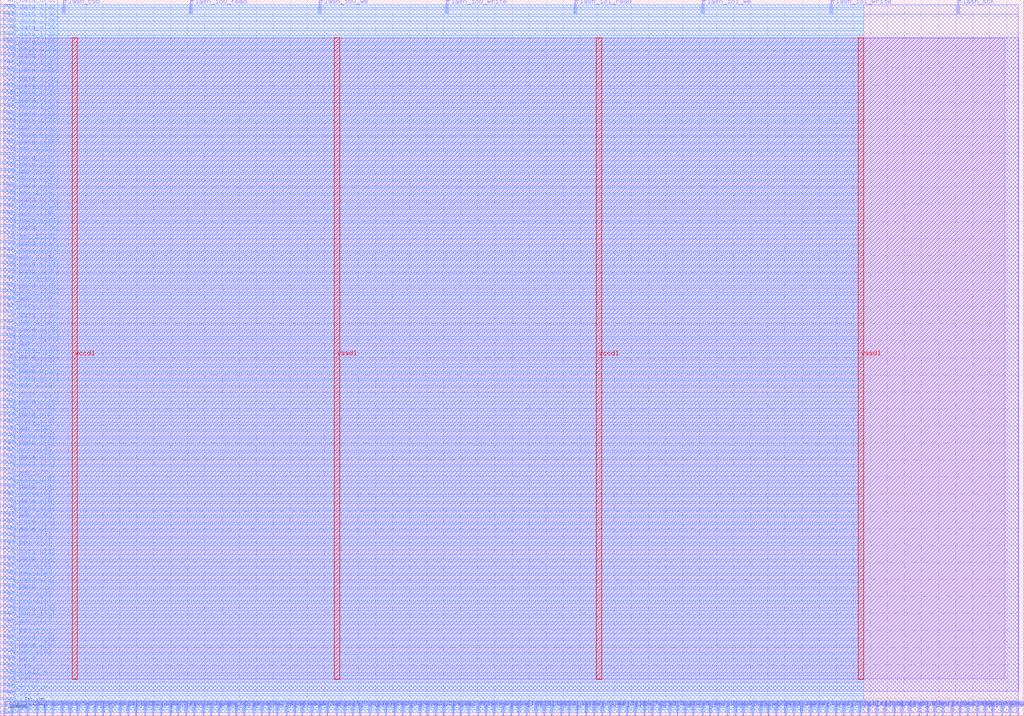
<source format=lef>
VERSION 5.7 ;
  NOWIREEXTENSIONATPIN ON ;
  DIVIDERCHAR "/" ;
  BUSBITCHARS "[]" ;
MACRO Flash
  CLASS BLOCK ;
  FOREIGN Flash ;
  ORIGIN 0.000 0.000 ;
  SIZE 300.000 BY 210.000 ;
  PIN flash_csb
    DIRECTION OUTPUT TRISTATE ;
    USE SIGNAL ;
    PORT
      LAYER met2 ;
        RECT 18.490 206.000 18.770 210.000 ;
    END
  END flash_csb
  PIN flash_io0_read
    DIRECTION INPUT ;
    USE SIGNAL ;
    PORT
      LAYER met2 ;
        RECT 55.750 206.000 56.030 210.000 ;
    END
  END flash_io0_read
  PIN flash_io0_we
    DIRECTION OUTPUT TRISTATE ;
    USE SIGNAL ;
    PORT
      LAYER met2 ;
        RECT 93.470 206.000 93.750 210.000 ;
    END
  END flash_io0_we
  PIN flash_io0_write
    DIRECTION OUTPUT TRISTATE ;
    USE SIGNAL ;
    PORT
      LAYER met2 ;
        RECT 130.730 206.000 131.010 210.000 ;
    END
  END flash_io0_write
  PIN flash_io1_read
    DIRECTION INPUT ;
    USE SIGNAL ;
    PORT
      LAYER met2 ;
        RECT 168.450 206.000 168.730 210.000 ;
    END
  END flash_io1_read
  PIN flash_io1_we
    DIRECTION OUTPUT TRISTATE ;
    USE SIGNAL ;
    PORT
      LAYER met2 ;
        RECT 205.710 206.000 205.990 210.000 ;
    END
  END flash_io1_we
  PIN flash_io1_write
    DIRECTION OUTPUT TRISTATE ;
    USE SIGNAL ;
    PORT
      LAYER met2 ;
        RECT 243.430 206.000 243.710 210.000 ;
    END
  END flash_io1_write
  PIN flash_sck
    DIRECTION OUTPUT TRISTATE ;
    USE SIGNAL ;
    PORT
      LAYER met2 ;
        RECT 280.690 206.000 280.970 210.000 ;
    END
  END flash_sck
  PIN sram_addr0[0]
    DIRECTION OUTPUT TRISTATE ;
    USE SIGNAL ;
    PORT
      LAYER met2 ;
        RECT 12.970 0.000 13.250 4.000 ;
    END
  END sram_addr0[0]
  PIN sram_addr0[1]
    DIRECTION OUTPUT TRISTATE ;
    USE SIGNAL ;
    PORT
      LAYER met2 ;
        RECT 27.690 0.000 27.970 4.000 ;
    END
  END sram_addr0[1]
  PIN sram_addr0[2]
    DIRECTION OUTPUT TRISTATE ;
    USE SIGNAL ;
    PORT
      LAYER met2 ;
        RECT 42.410 0.000 42.690 4.000 ;
    END
  END sram_addr0[2]
  PIN sram_addr0[3]
    DIRECTION OUTPUT TRISTATE ;
    USE SIGNAL ;
    PORT
      LAYER met2 ;
        RECT 56.670 0.000 56.950 4.000 ;
    END
  END sram_addr0[3]
  PIN sram_addr0[4]
    DIRECTION OUTPUT TRISTATE ;
    USE SIGNAL ;
    PORT
      LAYER met2 ;
        RECT 71.390 0.000 71.670 4.000 ;
    END
  END sram_addr0[4]
  PIN sram_addr0[5]
    DIRECTION OUTPUT TRISTATE ;
    USE SIGNAL ;
    PORT
      LAYER met2 ;
        RECT 83.810 0.000 84.090 4.000 ;
    END
  END sram_addr0[5]
  PIN sram_addr0[6]
    DIRECTION OUTPUT TRISTATE ;
    USE SIGNAL ;
    PORT
      LAYER met2 ;
        RECT 95.770 0.000 96.050 4.000 ;
    END
  END sram_addr0[6]
  PIN sram_addr0[7]
    DIRECTION OUTPUT TRISTATE ;
    USE SIGNAL ;
    PORT
      LAYER met2 ;
        RECT 108.190 0.000 108.470 4.000 ;
    END
  END sram_addr0[7]
  PIN sram_addr0[8]
    DIRECTION OUTPUT TRISTATE ;
    USE SIGNAL ;
    PORT
      LAYER met2 ;
        RECT 120.150 0.000 120.430 4.000 ;
    END
  END sram_addr0[8]
  PIN sram_addr1[0]
    DIRECTION OUTPUT TRISTATE ;
    USE SIGNAL ;
    PORT
      LAYER met2 ;
        RECT 15.270 0.000 15.550 4.000 ;
    END
  END sram_addr1[0]
  PIN sram_addr1[1]
    DIRECTION OUTPUT TRISTATE ;
    USE SIGNAL ;
    PORT
      LAYER met2 ;
        RECT 29.990 0.000 30.270 4.000 ;
    END
  END sram_addr1[1]
  PIN sram_addr1[2]
    DIRECTION OUTPUT TRISTATE ;
    USE SIGNAL ;
    PORT
      LAYER met2 ;
        RECT 44.710 0.000 44.990 4.000 ;
    END
  END sram_addr1[2]
  PIN sram_addr1[3]
    DIRECTION OUTPUT TRISTATE ;
    USE SIGNAL ;
    PORT
      LAYER met2 ;
        RECT 59.430 0.000 59.710 4.000 ;
    END
  END sram_addr1[3]
  PIN sram_addr1[4]
    DIRECTION OUTPUT TRISTATE ;
    USE SIGNAL ;
    PORT
      LAYER met2 ;
        RECT 74.150 0.000 74.430 4.000 ;
    END
  END sram_addr1[4]
  PIN sram_addr1[5]
    DIRECTION OUTPUT TRISTATE ;
    USE SIGNAL ;
    PORT
      LAYER met2 ;
        RECT 86.110 0.000 86.390 4.000 ;
    END
  END sram_addr1[5]
  PIN sram_addr1[6]
    DIRECTION OUTPUT TRISTATE ;
    USE SIGNAL ;
    PORT
      LAYER met2 ;
        RECT 98.530 0.000 98.810 4.000 ;
    END
  END sram_addr1[6]
  PIN sram_addr1[7]
    DIRECTION OUTPUT TRISTATE ;
    USE SIGNAL ;
    PORT
      LAYER met2 ;
        RECT 110.490 0.000 110.770 4.000 ;
    END
  END sram_addr1[7]
  PIN sram_addr1[8]
    DIRECTION OUTPUT TRISTATE ;
    USE SIGNAL ;
    PORT
      LAYER met2 ;
        RECT 122.910 0.000 123.190 4.000 ;
    END
  END sram_addr1[8]
  PIN sram_clk0
    DIRECTION OUTPUT TRISTATE ;
    USE SIGNAL ;
    PORT
      LAYER met2 ;
        RECT 1.010 0.000 1.290 4.000 ;
    END
  END sram_clk0
  PIN sram_clk1
    DIRECTION OUTPUT TRISTATE ;
    USE SIGNAL ;
    PORT
      LAYER met2 ;
        RECT 3.310 0.000 3.590 4.000 ;
    END
  END sram_clk1
  PIN sram_csb0
    DIRECTION OUTPUT TRISTATE ;
    USE SIGNAL ;
    PORT
      LAYER met2 ;
        RECT 5.610 0.000 5.890 4.000 ;
    END
  END sram_csb0
  PIN sram_csb1
    DIRECTION OUTPUT TRISTATE ;
    USE SIGNAL ;
    PORT
      LAYER met2 ;
        RECT 7.910 0.000 8.190 4.000 ;
    END
  END sram_csb1
  PIN sram_din0[0]
    DIRECTION OUTPUT TRISTATE ;
    USE SIGNAL ;
    PORT
      LAYER met2 ;
        RECT 18.030 0.000 18.310 4.000 ;
    END
  END sram_din0[0]
  PIN sram_din0[10]
    DIRECTION OUTPUT TRISTATE ;
    USE SIGNAL ;
    PORT
      LAYER met2 ;
        RECT 139.930 0.000 140.210 4.000 ;
    END
  END sram_din0[10]
  PIN sram_din0[11]
    DIRECTION OUTPUT TRISTATE ;
    USE SIGNAL ;
    PORT
      LAYER met2 ;
        RECT 147.290 0.000 147.570 4.000 ;
    END
  END sram_din0[11]
  PIN sram_din0[12]
    DIRECTION OUTPUT TRISTATE ;
    USE SIGNAL ;
    PORT
      LAYER met2 ;
        RECT 154.190 0.000 154.470 4.000 ;
    END
  END sram_din0[12]
  PIN sram_din0[13]
    DIRECTION OUTPUT TRISTATE ;
    USE SIGNAL ;
    PORT
      LAYER met2 ;
        RECT 161.550 0.000 161.830 4.000 ;
    END
  END sram_din0[13]
  PIN sram_din0[14]
    DIRECTION OUTPUT TRISTATE ;
    USE SIGNAL ;
    PORT
      LAYER met2 ;
        RECT 168.910 0.000 169.190 4.000 ;
    END
  END sram_din0[14]
  PIN sram_din0[15]
    DIRECTION OUTPUT TRISTATE ;
    USE SIGNAL ;
    PORT
      LAYER met2 ;
        RECT 176.270 0.000 176.550 4.000 ;
    END
  END sram_din0[15]
  PIN sram_din0[16]
    DIRECTION OUTPUT TRISTATE ;
    USE SIGNAL ;
    PORT
      LAYER met2 ;
        RECT 183.630 0.000 183.910 4.000 ;
    END
  END sram_din0[16]
  PIN sram_din0[17]
    DIRECTION OUTPUT TRISTATE ;
    USE SIGNAL ;
    PORT
      LAYER met2 ;
        RECT 190.990 0.000 191.270 4.000 ;
    END
  END sram_din0[17]
  PIN sram_din0[18]
    DIRECTION OUTPUT TRISTATE ;
    USE SIGNAL ;
    PORT
      LAYER met2 ;
        RECT 198.350 0.000 198.630 4.000 ;
    END
  END sram_din0[18]
  PIN sram_din0[19]
    DIRECTION OUTPUT TRISTATE ;
    USE SIGNAL ;
    PORT
      LAYER met2 ;
        RECT 205.710 0.000 205.990 4.000 ;
    END
  END sram_din0[19]
  PIN sram_din0[1]
    DIRECTION OUTPUT TRISTATE ;
    USE SIGNAL ;
    PORT
      LAYER met2 ;
        RECT 32.290 0.000 32.570 4.000 ;
    END
  END sram_din0[1]
  PIN sram_din0[20]
    DIRECTION OUTPUT TRISTATE ;
    USE SIGNAL ;
    PORT
      LAYER met2 ;
        RECT 213.070 0.000 213.350 4.000 ;
    END
  END sram_din0[20]
  PIN sram_din0[21]
    DIRECTION OUTPUT TRISTATE ;
    USE SIGNAL ;
    PORT
      LAYER met2 ;
        RECT 220.430 0.000 220.710 4.000 ;
    END
  END sram_din0[21]
  PIN sram_din0[22]
    DIRECTION OUTPUT TRISTATE ;
    USE SIGNAL ;
    PORT
      LAYER met2 ;
        RECT 227.330 0.000 227.610 4.000 ;
    END
  END sram_din0[22]
  PIN sram_din0[23]
    DIRECTION OUTPUT TRISTATE ;
    USE SIGNAL ;
    PORT
      LAYER met2 ;
        RECT 234.690 0.000 234.970 4.000 ;
    END
  END sram_din0[23]
  PIN sram_din0[24]
    DIRECTION OUTPUT TRISTATE ;
    USE SIGNAL ;
    PORT
      LAYER met2 ;
        RECT 242.050 0.000 242.330 4.000 ;
    END
  END sram_din0[24]
  PIN sram_din0[25]
    DIRECTION OUTPUT TRISTATE ;
    USE SIGNAL ;
    PORT
      LAYER met2 ;
        RECT 249.410 0.000 249.690 4.000 ;
    END
  END sram_din0[25]
  PIN sram_din0[26]
    DIRECTION OUTPUT TRISTATE ;
    USE SIGNAL ;
    PORT
      LAYER met2 ;
        RECT 256.770 0.000 257.050 4.000 ;
    END
  END sram_din0[26]
  PIN sram_din0[27]
    DIRECTION OUTPUT TRISTATE ;
    USE SIGNAL ;
    PORT
      LAYER met2 ;
        RECT 264.130 0.000 264.410 4.000 ;
    END
  END sram_din0[27]
  PIN sram_din0[28]
    DIRECTION OUTPUT TRISTATE ;
    USE SIGNAL ;
    PORT
      LAYER met2 ;
        RECT 271.490 0.000 271.770 4.000 ;
    END
  END sram_din0[28]
  PIN sram_din0[29]
    DIRECTION OUTPUT TRISTATE ;
    USE SIGNAL ;
    PORT
      LAYER met2 ;
        RECT 278.850 0.000 279.130 4.000 ;
    END
  END sram_din0[29]
  PIN sram_din0[2]
    DIRECTION OUTPUT TRISTATE ;
    USE SIGNAL ;
    PORT
      LAYER met2 ;
        RECT 47.010 0.000 47.290 4.000 ;
    END
  END sram_din0[2]
  PIN sram_din0[30]
    DIRECTION OUTPUT TRISTATE ;
    USE SIGNAL ;
    PORT
      LAYER met2 ;
        RECT 286.210 0.000 286.490 4.000 ;
    END
  END sram_din0[30]
  PIN sram_din0[31]
    DIRECTION OUTPUT TRISTATE ;
    USE SIGNAL ;
    PORT
      LAYER met2 ;
        RECT 293.570 0.000 293.850 4.000 ;
    END
  END sram_din0[31]
  PIN sram_din0[3]
    DIRECTION OUTPUT TRISTATE ;
    USE SIGNAL ;
    PORT
      LAYER met2 ;
        RECT 61.730 0.000 62.010 4.000 ;
    END
  END sram_din0[3]
  PIN sram_din0[4]
    DIRECTION OUTPUT TRISTATE ;
    USE SIGNAL ;
    PORT
      LAYER met2 ;
        RECT 76.450 0.000 76.730 4.000 ;
    END
  END sram_din0[4]
  PIN sram_din0[5]
    DIRECTION OUTPUT TRISTATE ;
    USE SIGNAL ;
    PORT
      LAYER met2 ;
        RECT 88.410 0.000 88.690 4.000 ;
    END
  END sram_din0[5]
  PIN sram_din0[6]
    DIRECTION OUTPUT TRISTATE ;
    USE SIGNAL ;
    PORT
      LAYER met2 ;
        RECT 100.830 0.000 101.110 4.000 ;
    END
  END sram_din0[6]
  PIN sram_din0[7]
    DIRECTION OUTPUT TRISTATE ;
    USE SIGNAL ;
    PORT
      LAYER met2 ;
        RECT 112.790 0.000 113.070 4.000 ;
    END
  END sram_din0[7]
  PIN sram_din0[8]
    DIRECTION OUTPUT TRISTATE ;
    USE SIGNAL ;
    PORT
      LAYER met2 ;
        RECT 125.210 0.000 125.490 4.000 ;
    END
  END sram_din0[8]
  PIN sram_din0[9]
    DIRECTION OUTPUT TRISTATE ;
    USE SIGNAL ;
    PORT
      LAYER met2 ;
        RECT 132.570 0.000 132.850 4.000 ;
    END
  END sram_din0[9]
  PIN sram_dout0[0]
    DIRECTION INPUT ;
    USE SIGNAL ;
    PORT
      LAYER met2 ;
        RECT 20.330 0.000 20.610 4.000 ;
    END
  END sram_dout0[0]
  PIN sram_dout0[10]
    DIRECTION INPUT ;
    USE SIGNAL ;
    PORT
      LAYER met2 ;
        RECT 142.230 0.000 142.510 4.000 ;
    END
  END sram_dout0[10]
  PIN sram_dout0[11]
    DIRECTION INPUT ;
    USE SIGNAL ;
    PORT
      LAYER met2 ;
        RECT 149.590 0.000 149.870 4.000 ;
    END
  END sram_dout0[11]
  PIN sram_dout0[12]
    DIRECTION INPUT ;
    USE SIGNAL ;
    PORT
      LAYER met2 ;
        RECT 156.950 0.000 157.230 4.000 ;
    END
  END sram_dout0[12]
  PIN sram_dout0[13]
    DIRECTION INPUT ;
    USE SIGNAL ;
    PORT
      LAYER met2 ;
        RECT 164.310 0.000 164.590 4.000 ;
    END
  END sram_dout0[13]
  PIN sram_dout0[14]
    DIRECTION INPUT ;
    USE SIGNAL ;
    PORT
      LAYER met2 ;
        RECT 171.670 0.000 171.950 4.000 ;
    END
  END sram_dout0[14]
  PIN sram_dout0[15]
    DIRECTION INPUT ;
    USE SIGNAL ;
    PORT
      LAYER met2 ;
        RECT 178.570 0.000 178.850 4.000 ;
    END
  END sram_dout0[15]
  PIN sram_dout0[16]
    DIRECTION INPUT ;
    USE SIGNAL ;
    PORT
      LAYER met2 ;
        RECT 185.930 0.000 186.210 4.000 ;
    END
  END sram_dout0[16]
  PIN sram_dout0[17]
    DIRECTION INPUT ;
    USE SIGNAL ;
    PORT
      LAYER met2 ;
        RECT 193.290 0.000 193.570 4.000 ;
    END
  END sram_dout0[17]
  PIN sram_dout0[18]
    DIRECTION INPUT ;
    USE SIGNAL ;
    PORT
      LAYER met2 ;
        RECT 200.650 0.000 200.930 4.000 ;
    END
  END sram_dout0[18]
  PIN sram_dout0[19]
    DIRECTION INPUT ;
    USE SIGNAL ;
    PORT
      LAYER met2 ;
        RECT 208.010 0.000 208.290 4.000 ;
    END
  END sram_dout0[19]
  PIN sram_dout0[1]
    DIRECTION INPUT ;
    USE SIGNAL ;
    PORT
      LAYER met2 ;
        RECT 35.050 0.000 35.330 4.000 ;
    END
  END sram_dout0[1]
  PIN sram_dout0[20]
    DIRECTION INPUT ;
    USE SIGNAL ;
    PORT
      LAYER met2 ;
        RECT 215.370 0.000 215.650 4.000 ;
    END
  END sram_dout0[20]
  PIN sram_dout0[21]
    DIRECTION INPUT ;
    USE SIGNAL ;
    PORT
      LAYER met2 ;
        RECT 222.730 0.000 223.010 4.000 ;
    END
  END sram_dout0[21]
  PIN sram_dout0[22]
    DIRECTION INPUT ;
    USE SIGNAL ;
    PORT
      LAYER met2 ;
        RECT 230.090 0.000 230.370 4.000 ;
    END
  END sram_dout0[22]
  PIN sram_dout0[23]
    DIRECTION INPUT ;
    USE SIGNAL ;
    PORT
      LAYER met2 ;
        RECT 237.450 0.000 237.730 4.000 ;
    END
  END sram_dout0[23]
  PIN sram_dout0[24]
    DIRECTION INPUT ;
    USE SIGNAL ;
    PORT
      LAYER met2 ;
        RECT 244.810 0.000 245.090 4.000 ;
    END
  END sram_dout0[24]
  PIN sram_dout0[25]
    DIRECTION INPUT ;
    USE SIGNAL ;
    PORT
      LAYER met2 ;
        RECT 251.710 0.000 251.990 4.000 ;
    END
  END sram_dout0[25]
  PIN sram_dout0[26]
    DIRECTION INPUT ;
    USE SIGNAL ;
    PORT
      LAYER met2 ;
        RECT 259.070 0.000 259.350 4.000 ;
    END
  END sram_dout0[26]
  PIN sram_dout0[27]
    DIRECTION INPUT ;
    USE SIGNAL ;
    PORT
      LAYER met2 ;
        RECT 266.430 0.000 266.710 4.000 ;
    END
  END sram_dout0[27]
  PIN sram_dout0[28]
    DIRECTION INPUT ;
    USE SIGNAL ;
    PORT
      LAYER met2 ;
        RECT 273.790 0.000 274.070 4.000 ;
    END
  END sram_dout0[28]
  PIN sram_dout0[29]
    DIRECTION INPUT ;
    USE SIGNAL ;
    PORT
      LAYER met2 ;
        RECT 281.150 0.000 281.430 4.000 ;
    END
  END sram_dout0[29]
  PIN sram_dout0[2]
    DIRECTION INPUT ;
    USE SIGNAL ;
    PORT
      LAYER met2 ;
        RECT 49.770 0.000 50.050 4.000 ;
    END
  END sram_dout0[2]
  PIN sram_dout0[30]
    DIRECTION INPUT ;
    USE SIGNAL ;
    PORT
      LAYER met2 ;
        RECT 288.510 0.000 288.790 4.000 ;
    END
  END sram_dout0[30]
  PIN sram_dout0[31]
    DIRECTION INPUT ;
    USE SIGNAL ;
    PORT
      LAYER met2 ;
        RECT 295.870 0.000 296.150 4.000 ;
    END
  END sram_dout0[31]
  PIN sram_dout0[3]
    DIRECTION INPUT ;
    USE SIGNAL ;
    PORT
      LAYER met2 ;
        RECT 64.030 0.000 64.310 4.000 ;
    END
  END sram_dout0[3]
  PIN sram_dout0[4]
    DIRECTION INPUT ;
    USE SIGNAL ;
    PORT
      LAYER met2 ;
        RECT 78.750 0.000 79.030 4.000 ;
    END
  END sram_dout0[4]
  PIN sram_dout0[5]
    DIRECTION INPUT ;
    USE SIGNAL ;
    PORT
      LAYER met2 ;
        RECT 91.170 0.000 91.450 4.000 ;
    END
  END sram_dout0[5]
  PIN sram_dout0[6]
    DIRECTION INPUT ;
    USE SIGNAL ;
    PORT
      LAYER met2 ;
        RECT 103.130 0.000 103.410 4.000 ;
    END
  END sram_dout0[6]
  PIN sram_dout0[7]
    DIRECTION INPUT ;
    USE SIGNAL ;
    PORT
      LAYER met2 ;
        RECT 115.550 0.000 115.830 4.000 ;
    END
  END sram_dout0[7]
  PIN sram_dout0[8]
    DIRECTION INPUT ;
    USE SIGNAL ;
    PORT
      LAYER met2 ;
        RECT 127.510 0.000 127.790 4.000 ;
    END
  END sram_dout0[8]
  PIN sram_dout0[9]
    DIRECTION INPUT ;
    USE SIGNAL ;
    PORT
      LAYER met2 ;
        RECT 134.870 0.000 135.150 4.000 ;
    END
  END sram_dout0[9]
  PIN sram_dout1[0]
    DIRECTION INPUT ;
    USE SIGNAL ;
    PORT
      LAYER met2 ;
        RECT 22.630 0.000 22.910 4.000 ;
    END
  END sram_dout1[0]
  PIN sram_dout1[10]
    DIRECTION INPUT ;
    USE SIGNAL ;
    PORT
      LAYER met2 ;
        RECT 144.530 0.000 144.810 4.000 ;
    END
  END sram_dout1[10]
  PIN sram_dout1[11]
    DIRECTION INPUT ;
    USE SIGNAL ;
    PORT
      LAYER met2 ;
        RECT 151.890 0.000 152.170 4.000 ;
    END
  END sram_dout1[11]
  PIN sram_dout1[12]
    DIRECTION INPUT ;
    USE SIGNAL ;
    PORT
      LAYER met2 ;
        RECT 159.250 0.000 159.530 4.000 ;
    END
  END sram_dout1[12]
  PIN sram_dout1[13]
    DIRECTION INPUT ;
    USE SIGNAL ;
    PORT
      LAYER met2 ;
        RECT 166.610 0.000 166.890 4.000 ;
    END
  END sram_dout1[13]
  PIN sram_dout1[14]
    DIRECTION INPUT ;
    USE SIGNAL ;
    PORT
      LAYER met2 ;
        RECT 173.970 0.000 174.250 4.000 ;
    END
  END sram_dout1[14]
  PIN sram_dout1[15]
    DIRECTION INPUT ;
    USE SIGNAL ;
    PORT
      LAYER met2 ;
        RECT 181.330 0.000 181.610 4.000 ;
    END
  END sram_dout1[15]
  PIN sram_dout1[16]
    DIRECTION INPUT ;
    USE SIGNAL ;
    PORT
      LAYER met2 ;
        RECT 188.690 0.000 188.970 4.000 ;
    END
  END sram_dout1[16]
  PIN sram_dout1[17]
    DIRECTION INPUT ;
    USE SIGNAL ;
    PORT
      LAYER met2 ;
        RECT 196.050 0.000 196.330 4.000 ;
    END
  END sram_dout1[17]
  PIN sram_dout1[18]
    DIRECTION INPUT ;
    USE SIGNAL ;
    PORT
      LAYER met2 ;
        RECT 202.950 0.000 203.230 4.000 ;
    END
  END sram_dout1[18]
  PIN sram_dout1[19]
    DIRECTION INPUT ;
    USE SIGNAL ;
    PORT
      LAYER met2 ;
        RECT 210.310 0.000 210.590 4.000 ;
    END
  END sram_dout1[19]
  PIN sram_dout1[1]
    DIRECTION INPUT ;
    USE SIGNAL ;
    PORT
      LAYER met2 ;
        RECT 37.350 0.000 37.630 4.000 ;
    END
  END sram_dout1[1]
  PIN sram_dout1[20]
    DIRECTION INPUT ;
    USE SIGNAL ;
    PORT
      LAYER met2 ;
        RECT 217.670 0.000 217.950 4.000 ;
    END
  END sram_dout1[20]
  PIN sram_dout1[21]
    DIRECTION INPUT ;
    USE SIGNAL ;
    PORT
      LAYER met2 ;
        RECT 225.030 0.000 225.310 4.000 ;
    END
  END sram_dout1[21]
  PIN sram_dout1[22]
    DIRECTION INPUT ;
    USE SIGNAL ;
    PORT
      LAYER met2 ;
        RECT 232.390 0.000 232.670 4.000 ;
    END
  END sram_dout1[22]
  PIN sram_dout1[23]
    DIRECTION INPUT ;
    USE SIGNAL ;
    PORT
      LAYER met2 ;
        RECT 239.750 0.000 240.030 4.000 ;
    END
  END sram_dout1[23]
  PIN sram_dout1[24]
    DIRECTION INPUT ;
    USE SIGNAL ;
    PORT
      LAYER met2 ;
        RECT 247.110 0.000 247.390 4.000 ;
    END
  END sram_dout1[24]
  PIN sram_dout1[25]
    DIRECTION INPUT ;
    USE SIGNAL ;
    PORT
      LAYER met2 ;
        RECT 254.470 0.000 254.750 4.000 ;
    END
  END sram_dout1[25]
  PIN sram_dout1[26]
    DIRECTION INPUT ;
    USE SIGNAL ;
    PORT
      LAYER met2 ;
        RECT 261.830 0.000 262.110 4.000 ;
    END
  END sram_dout1[26]
  PIN sram_dout1[27]
    DIRECTION INPUT ;
    USE SIGNAL ;
    PORT
      LAYER met2 ;
        RECT 269.190 0.000 269.470 4.000 ;
    END
  END sram_dout1[27]
  PIN sram_dout1[28]
    DIRECTION INPUT ;
    USE SIGNAL ;
    PORT
      LAYER met2 ;
        RECT 276.090 0.000 276.370 4.000 ;
    END
  END sram_dout1[28]
  PIN sram_dout1[29]
    DIRECTION INPUT ;
    USE SIGNAL ;
    PORT
      LAYER met2 ;
        RECT 283.450 0.000 283.730 4.000 ;
    END
  END sram_dout1[29]
  PIN sram_dout1[2]
    DIRECTION INPUT ;
    USE SIGNAL ;
    PORT
      LAYER met2 ;
        RECT 52.070 0.000 52.350 4.000 ;
    END
  END sram_dout1[2]
  PIN sram_dout1[30]
    DIRECTION INPUT ;
    USE SIGNAL ;
    PORT
      LAYER met2 ;
        RECT 290.810 0.000 291.090 4.000 ;
    END
  END sram_dout1[30]
  PIN sram_dout1[31]
    DIRECTION INPUT ;
    USE SIGNAL ;
    PORT
      LAYER met2 ;
        RECT 298.170 0.000 298.450 4.000 ;
    END
  END sram_dout1[31]
  PIN sram_dout1[3]
    DIRECTION INPUT ;
    USE SIGNAL ;
    PORT
      LAYER met2 ;
        RECT 66.790 0.000 67.070 4.000 ;
    END
  END sram_dout1[3]
  PIN sram_dout1[4]
    DIRECTION INPUT ;
    USE SIGNAL ;
    PORT
      LAYER met2 ;
        RECT 81.050 0.000 81.330 4.000 ;
    END
  END sram_dout1[4]
  PIN sram_dout1[5]
    DIRECTION INPUT ;
    USE SIGNAL ;
    PORT
      LAYER met2 ;
        RECT 93.470 0.000 93.750 4.000 ;
    END
  END sram_dout1[5]
  PIN sram_dout1[6]
    DIRECTION INPUT ;
    USE SIGNAL ;
    PORT
      LAYER met2 ;
        RECT 105.430 0.000 105.710 4.000 ;
    END
  END sram_dout1[6]
  PIN sram_dout1[7]
    DIRECTION INPUT ;
    USE SIGNAL ;
    PORT
      LAYER met2 ;
        RECT 117.850 0.000 118.130 4.000 ;
    END
  END sram_dout1[7]
  PIN sram_dout1[8]
    DIRECTION INPUT ;
    USE SIGNAL ;
    PORT
      LAYER met2 ;
        RECT 129.810 0.000 130.090 4.000 ;
    END
  END sram_dout1[8]
  PIN sram_dout1[9]
    DIRECTION INPUT ;
    USE SIGNAL ;
    PORT
      LAYER met2 ;
        RECT 137.170 0.000 137.450 4.000 ;
    END
  END sram_dout1[9]
  PIN sram_web0
    DIRECTION OUTPUT TRISTATE ;
    USE SIGNAL ;
    PORT
      LAYER met2 ;
        RECT 10.670 0.000 10.950 4.000 ;
    END
  END sram_web0
  PIN sram_wmask0[0]
    DIRECTION OUTPUT TRISTATE ;
    USE SIGNAL ;
    PORT
      LAYER met2 ;
        RECT 25.390 0.000 25.670 4.000 ;
    END
  END sram_wmask0[0]
  PIN sram_wmask0[1]
    DIRECTION OUTPUT TRISTATE ;
    USE SIGNAL ;
    PORT
      LAYER met2 ;
        RECT 39.650 0.000 39.930 4.000 ;
    END
  END sram_wmask0[1]
  PIN sram_wmask0[2]
    DIRECTION OUTPUT TRISTATE ;
    USE SIGNAL ;
    PORT
      LAYER met2 ;
        RECT 54.370 0.000 54.650 4.000 ;
    END
  END sram_wmask0[2]
  PIN sram_wmask0[3]
    DIRECTION OUTPUT TRISTATE ;
    USE SIGNAL ;
    PORT
      LAYER met2 ;
        RECT 69.090 0.000 69.370 4.000 ;
    END
  END sram_wmask0[3]
  PIN vccd1
    DIRECTION INPUT ;
    USE POWER ;
    PORT
      LAYER met4 ;
        RECT 21.040 10.640 22.640 198.800 ;
    END
    PORT
      LAYER met4 ;
        RECT 174.640 10.640 176.240 198.800 ;
    END
  END vccd1
  PIN vssd1
    DIRECTION INPUT ;
    USE GROUND ;
    PORT
      LAYER met4 ;
        RECT 97.840 10.640 99.440 198.800 ;
    END
    PORT
      LAYER met4 ;
        RECT 251.440 10.640 253.040 198.800 ;
    END
  END vssd1
  PIN wb_ack_o
    DIRECTION OUTPUT TRISTATE ;
    USE SIGNAL ;
    PORT
      LAYER met3 ;
        RECT 0.000 0.720 4.000 1.320 ;
    END
  END wb_ack_o
  PIN wb_adr_i[0]
    DIRECTION INPUT ;
    USE SIGNAL ;
    PORT
      LAYER met3 ;
        RECT 0.000 17.040 4.000 17.640 ;
    END
  END wb_adr_i[0]
  PIN wb_adr_i[10]
    DIRECTION INPUT ;
    USE SIGNAL ;
    PORT
      LAYER met3 ;
        RECT 0.000 88.440 4.000 89.040 ;
    END
  END wb_adr_i[10]
  PIN wb_adr_i[11]
    DIRECTION INPUT ;
    USE SIGNAL ;
    PORT
      LAYER met3 ;
        RECT 0.000 95.240 4.000 95.840 ;
    END
  END wb_adr_i[11]
  PIN wb_adr_i[12]
    DIRECTION INPUT ;
    USE SIGNAL ;
    PORT
      LAYER met3 ;
        RECT 0.000 101.360 4.000 101.960 ;
    END
  END wb_adr_i[12]
  PIN wb_adr_i[13]
    DIRECTION INPUT ;
    USE SIGNAL ;
    PORT
      LAYER met3 ;
        RECT 0.000 107.480 4.000 108.080 ;
    END
  END wb_adr_i[13]
  PIN wb_adr_i[14]
    DIRECTION INPUT ;
    USE SIGNAL ;
    PORT
      LAYER met3 ;
        RECT 0.000 113.600 4.000 114.200 ;
    END
  END wb_adr_i[14]
  PIN wb_adr_i[15]
    DIRECTION INPUT ;
    USE SIGNAL ;
    PORT
      LAYER met3 ;
        RECT 0.000 120.400 4.000 121.000 ;
    END
  END wb_adr_i[15]
  PIN wb_adr_i[16]
    DIRECTION INPUT ;
    USE SIGNAL ;
    PORT
      LAYER met3 ;
        RECT 0.000 126.520 4.000 127.120 ;
    END
  END wb_adr_i[16]
  PIN wb_adr_i[17]
    DIRECTION INPUT ;
    USE SIGNAL ;
    PORT
      LAYER met3 ;
        RECT 0.000 132.640 4.000 133.240 ;
    END
  END wb_adr_i[17]
  PIN wb_adr_i[18]
    DIRECTION INPUT ;
    USE SIGNAL ;
    PORT
      LAYER met3 ;
        RECT 0.000 138.760 4.000 139.360 ;
    END
  END wb_adr_i[18]
  PIN wb_adr_i[19]
    DIRECTION INPUT ;
    USE SIGNAL ;
    PORT
      LAYER met3 ;
        RECT 0.000 145.560 4.000 146.160 ;
    END
  END wb_adr_i[19]
  PIN wb_adr_i[1]
    DIRECTION INPUT ;
    USE SIGNAL ;
    PORT
      LAYER met3 ;
        RECT 0.000 25.880 4.000 26.480 ;
    END
  END wb_adr_i[1]
  PIN wb_adr_i[20]
    DIRECTION INPUT ;
    USE SIGNAL ;
    PORT
      LAYER met3 ;
        RECT 0.000 151.680 4.000 152.280 ;
    END
  END wb_adr_i[20]
  PIN wb_adr_i[21]
    DIRECTION INPUT ;
    USE SIGNAL ;
    PORT
      LAYER met3 ;
        RECT 0.000 157.800 4.000 158.400 ;
    END
  END wb_adr_i[21]
  PIN wb_adr_i[22]
    DIRECTION INPUT ;
    USE SIGNAL ;
    PORT
      LAYER met3 ;
        RECT 0.000 164.600 4.000 165.200 ;
    END
  END wb_adr_i[22]
  PIN wb_adr_i[23]
    DIRECTION INPUT ;
    USE SIGNAL ;
    PORT
      LAYER met3 ;
        RECT 0.000 170.720 4.000 171.320 ;
    END
  END wb_adr_i[23]
  PIN wb_adr_i[2]
    DIRECTION INPUT ;
    USE SIGNAL ;
    PORT
      LAYER met3 ;
        RECT 0.000 34.040 4.000 34.640 ;
    END
  END wb_adr_i[2]
  PIN wb_adr_i[3]
    DIRECTION INPUT ;
    USE SIGNAL ;
    PORT
      LAYER met3 ;
        RECT 0.000 42.200 4.000 42.800 ;
    END
  END wb_adr_i[3]
  PIN wb_adr_i[4]
    DIRECTION INPUT ;
    USE SIGNAL ;
    PORT
      LAYER met3 ;
        RECT 0.000 51.040 4.000 51.640 ;
    END
  END wb_adr_i[4]
  PIN wb_adr_i[5]
    DIRECTION INPUT ;
    USE SIGNAL ;
    PORT
      LAYER met3 ;
        RECT 0.000 57.160 4.000 57.760 ;
    END
  END wb_adr_i[5]
  PIN wb_adr_i[6]
    DIRECTION INPUT ;
    USE SIGNAL ;
    PORT
      LAYER met3 ;
        RECT 0.000 63.280 4.000 63.880 ;
    END
  END wb_adr_i[6]
  PIN wb_adr_i[7]
    DIRECTION INPUT ;
    USE SIGNAL ;
    PORT
      LAYER met3 ;
        RECT 0.000 69.400 4.000 70.000 ;
    END
  END wb_adr_i[7]
  PIN wb_adr_i[8]
    DIRECTION INPUT ;
    USE SIGNAL ;
    PORT
      LAYER met3 ;
        RECT 0.000 76.200 4.000 76.800 ;
    END
  END wb_adr_i[8]
  PIN wb_adr_i[9]
    DIRECTION INPUT ;
    USE SIGNAL ;
    PORT
      LAYER met3 ;
        RECT 0.000 82.320 4.000 82.920 ;
    END
  END wb_adr_i[9]
  PIN wb_clk_i
    DIRECTION INPUT ;
    USE SIGNAL ;
    PORT
      LAYER met3 ;
        RECT 0.000 2.760 4.000 3.360 ;
    END
  END wb_clk_i
  PIN wb_cyc_i
    DIRECTION INPUT ;
    USE SIGNAL ;
    PORT
      LAYER met3 ;
        RECT 0.000 4.800 4.000 5.400 ;
    END
  END wb_cyc_i
  PIN wb_data_i[0]
    DIRECTION INPUT ;
    USE SIGNAL ;
    PORT
      LAYER met3 ;
        RECT 0.000 19.080 4.000 19.680 ;
    END
  END wb_data_i[0]
  PIN wb_data_i[10]
    DIRECTION INPUT ;
    USE SIGNAL ;
    PORT
      LAYER met3 ;
        RECT 0.000 90.480 4.000 91.080 ;
    END
  END wb_data_i[10]
  PIN wb_data_i[11]
    DIRECTION INPUT ;
    USE SIGNAL ;
    PORT
      LAYER met3 ;
        RECT 0.000 97.280 4.000 97.880 ;
    END
  END wb_data_i[11]
  PIN wb_data_i[12]
    DIRECTION INPUT ;
    USE SIGNAL ;
    PORT
      LAYER met3 ;
        RECT 0.000 103.400 4.000 104.000 ;
    END
  END wb_data_i[12]
  PIN wb_data_i[13]
    DIRECTION INPUT ;
    USE SIGNAL ;
    PORT
      LAYER met3 ;
        RECT 0.000 109.520 4.000 110.120 ;
    END
  END wb_data_i[13]
  PIN wb_data_i[14]
    DIRECTION INPUT ;
    USE SIGNAL ;
    PORT
      LAYER met3 ;
        RECT 0.000 115.640 4.000 116.240 ;
    END
  END wb_data_i[14]
  PIN wb_data_i[15]
    DIRECTION INPUT ;
    USE SIGNAL ;
    PORT
      LAYER met3 ;
        RECT 0.000 122.440 4.000 123.040 ;
    END
  END wb_data_i[15]
  PIN wb_data_i[16]
    DIRECTION INPUT ;
    USE SIGNAL ;
    PORT
      LAYER met3 ;
        RECT 0.000 128.560 4.000 129.160 ;
    END
  END wb_data_i[16]
  PIN wb_data_i[17]
    DIRECTION INPUT ;
    USE SIGNAL ;
    PORT
      LAYER met3 ;
        RECT 0.000 134.680 4.000 135.280 ;
    END
  END wb_data_i[17]
  PIN wb_data_i[18]
    DIRECTION INPUT ;
    USE SIGNAL ;
    PORT
      LAYER met3 ;
        RECT 0.000 141.480 4.000 142.080 ;
    END
  END wb_data_i[18]
  PIN wb_data_i[19]
    DIRECTION INPUT ;
    USE SIGNAL ;
    PORT
      LAYER met3 ;
        RECT 0.000 147.600 4.000 148.200 ;
    END
  END wb_data_i[19]
  PIN wb_data_i[1]
    DIRECTION INPUT ;
    USE SIGNAL ;
    PORT
      LAYER met3 ;
        RECT 0.000 27.920 4.000 28.520 ;
    END
  END wb_data_i[1]
  PIN wb_data_i[20]
    DIRECTION INPUT ;
    USE SIGNAL ;
    PORT
      LAYER met3 ;
        RECT 0.000 153.720 4.000 154.320 ;
    END
  END wb_data_i[20]
  PIN wb_data_i[21]
    DIRECTION INPUT ;
    USE SIGNAL ;
    PORT
      LAYER met3 ;
        RECT 0.000 159.840 4.000 160.440 ;
    END
  END wb_data_i[21]
  PIN wb_data_i[22]
    DIRECTION INPUT ;
    USE SIGNAL ;
    PORT
      LAYER met3 ;
        RECT 0.000 166.640 4.000 167.240 ;
    END
  END wb_data_i[22]
  PIN wb_data_i[23]
    DIRECTION INPUT ;
    USE SIGNAL ;
    PORT
      LAYER met3 ;
        RECT 0.000 172.760 4.000 173.360 ;
    END
  END wb_data_i[23]
  PIN wb_data_i[24]
    DIRECTION INPUT ;
    USE SIGNAL ;
    PORT
      LAYER met3 ;
        RECT 0.000 176.840 4.000 177.440 ;
    END
  END wb_data_i[24]
  PIN wb_data_i[25]
    DIRECTION INPUT ;
    USE SIGNAL ;
    PORT
      LAYER met3 ;
        RECT 0.000 180.920 4.000 181.520 ;
    END
  END wb_data_i[25]
  PIN wb_data_i[26]
    DIRECTION INPUT ;
    USE SIGNAL ;
    PORT
      LAYER met3 ;
        RECT 0.000 185.000 4.000 185.600 ;
    END
  END wb_data_i[26]
  PIN wb_data_i[27]
    DIRECTION INPUT ;
    USE SIGNAL ;
    PORT
      LAYER met3 ;
        RECT 0.000 189.760 4.000 190.360 ;
    END
  END wb_data_i[27]
  PIN wb_data_i[28]
    DIRECTION INPUT ;
    USE SIGNAL ;
    PORT
      LAYER met3 ;
        RECT 0.000 193.840 4.000 194.440 ;
    END
  END wb_data_i[28]
  PIN wb_data_i[29]
    DIRECTION INPUT ;
    USE SIGNAL ;
    PORT
      LAYER met3 ;
        RECT 0.000 197.920 4.000 198.520 ;
    END
  END wb_data_i[29]
  PIN wb_data_i[2]
    DIRECTION INPUT ;
    USE SIGNAL ;
    PORT
      LAYER met3 ;
        RECT 0.000 36.080 4.000 36.680 ;
    END
  END wb_data_i[2]
  PIN wb_data_i[30]
    DIRECTION INPUT ;
    USE SIGNAL ;
    PORT
      LAYER met3 ;
        RECT 0.000 202.000 4.000 202.600 ;
    END
  END wb_data_i[30]
  PIN wb_data_i[31]
    DIRECTION INPUT ;
    USE SIGNAL ;
    PORT
      LAYER met3 ;
        RECT 0.000 206.080 4.000 206.680 ;
    END
  END wb_data_i[31]
  PIN wb_data_i[3]
    DIRECTION INPUT ;
    USE SIGNAL ;
    PORT
      LAYER met3 ;
        RECT 0.000 44.240 4.000 44.840 ;
    END
  END wb_data_i[3]
  PIN wb_data_i[4]
    DIRECTION INPUT ;
    USE SIGNAL ;
    PORT
      LAYER met3 ;
        RECT 0.000 53.080 4.000 53.680 ;
    END
  END wb_data_i[4]
  PIN wb_data_i[5]
    DIRECTION INPUT ;
    USE SIGNAL ;
    PORT
      LAYER met3 ;
        RECT 0.000 59.200 4.000 59.800 ;
    END
  END wb_data_i[5]
  PIN wb_data_i[6]
    DIRECTION INPUT ;
    USE SIGNAL ;
    PORT
      LAYER met3 ;
        RECT 0.000 65.320 4.000 65.920 ;
    END
  END wb_data_i[6]
  PIN wb_data_i[7]
    DIRECTION INPUT ;
    USE SIGNAL ;
    PORT
      LAYER met3 ;
        RECT 0.000 72.120 4.000 72.720 ;
    END
  END wb_data_i[7]
  PIN wb_data_i[8]
    DIRECTION INPUT ;
    USE SIGNAL ;
    PORT
      LAYER met3 ;
        RECT 0.000 78.240 4.000 78.840 ;
    END
  END wb_data_i[8]
  PIN wb_data_i[9]
    DIRECTION INPUT ;
    USE SIGNAL ;
    PORT
      LAYER met3 ;
        RECT 0.000 84.360 4.000 84.960 ;
    END
  END wb_data_i[9]
  PIN wb_data_o[0]
    DIRECTION OUTPUT TRISTATE ;
    USE SIGNAL ;
    PORT
      LAYER met3 ;
        RECT 0.000 21.120 4.000 21.720 ;
    END
  END wb_data_o[0]
  PIN wb_data_o[10]
    DIRECTION OUTPUT TRISTATE ;
    USE SIGNAL ;
    PORT
      LAYER met3 ;
        RECT 0.000 92.520 4.000 93.120 ;
    END
  END wb_data_o[10]
  PIN wb_data_o[11]
    DIRECTION OUTPUT TRISTATE ;
    USE SIGNAL ;
    PORT
      LAYER met3 ;
        RECT 0.000 99.320 4.000 99.920 ;
    END
  END wb_data_o[11]
  PIN wb_data_o[12]
    DIRECTION OUTPUT TRISTATE ;
    USE SIGNAL ;
    PORT
      LAYER met3 ;
        RECT 0.000 105.440 4.000 106.040 ;
    END
  END wb_data_o[12]
  PIN wb_data_o[13]
    DIRECTION OUTPUT TRISTATE ;
    USE SIGNAL ;
    PORT
      LAYER met3 ;
        RECT 0.000 111.560 4.000 112.160 ;
    END
  END wb_data_o[13]
  PIN wb_data_o[14]
    DIRECTION OUTPUT TRISTATE ;
    USE SIGNAL ;
    PORT
      LAYER met3 ;
        RECT 0.000 118.360 4.000 118.960 ;
    END
  END wb_data_o[14]
  PIN wb_data_o[15]
    DIRECTION OUTPUT TRISTATE ;
    USE SIGNAL ;
    PORT
      LAYER met3 ;
        RECT 0.000 124.480 4.000 125.080 ;
    END
  END wb_data_o[15]
  PIN wb_data_o[16]
    DIRECTION OUTPUT TRISTATE ;
    USE SIGNAL ;
    PORT
      LAYER met3 ;
        RECT 0.000 130.600 4.000 131.200 ;
    END
  END wb_data_o[16]
  PIN wb_data_o[17]
    DIRECTION OUTPUT TRISTATE ;
    USE SIGNAL ;
    PORT
      LAYER met3 ;
        RECT 0.000 136.720 4.000 137.320 ;
    END
  END wb_data_o[17]
  PIN wb_data_o[18]
    DIRECTION OUTPUT TRISTATE ;
    USE SIGNAL ;
    PORT
      LAYER met3 ;
        RECT 0.000 143.520 4.000 144.120 ;
    END
  END wb_data_o[18]
  PIN wb_data_o[19]
    DIRECTION OUTPUT TRISTATE ;
    USE SIGNAL ;
    PORT
      LAYER met3 ;
        RECT 0.000 149.640 4.000 150.240 ;
    END
  END wb_data_o[19]
  PIN wb_data_o[1]
    DIRECTION OUTPUT TRISTATE ;
    USE SIGNAL ;
    PORT
      LAYER met3 ;
        RECT 0.000 29.960 4.000 30.560 ;
    END
  END wb_data_o[1]
  PIN wb_data_o[20]
    DIRECTION OUTPUT TRISTATE ;
    USE SIGNAL ;
    PORT
      LAYER met3 ;
        RECT 0.000 155.760 4.000 156.360 ;
    END
  END wb_data_o[20]
  PIN wb_data_o[21]
    DIRECTION OUTPUT TRISTATE ;
    USE SIGNAL ;
    PORT
      LAYER met3 ;
        RECT 0.000 161.880 4.000 162.480 ;
    END
  END wb_data_o[21]
  PIN wb_data_o[22]
    DIRECTION OUTPUT TRISTATE ;
    USE SIGNAL ;
    PORT
      LAYER met3 ;
        RECT 0.000 168.680 4.000 169.280 ;
    END
  END wb_data_o[22]
  PIN wb_data_o[23]
    DIRECTION OUTPUT TRISTATE ;
    USE SIGNAL ;
    PORT
      LAYER met3 ;
        RECT 0.000 174.800 4.000 175.400 ;
    END
  END wb_data_o[23]
  PIN wb_data_o[24]
    DIRECTION OUTPUT TRISTATE ;
    USE SIGNAL ;
    PORT
      LAYER met3 ;
        RECT 0.000 178.880 4.000 179.480 ;
    END
  END wb_data_o[24]
  PIN wb_data_o[25]
    DIRECTION OUTPUT TRISTATE ;
    USE SIGNAL ;
    PORT
      LAYER met3 ;
        RECT 0.000 182.960 4.000 183.560 ;
    END
  END wb_data_o[25]
  PIN wb_data_o[26]
    DIRECTION OUTPUT TRISTATE ;
    USE SIGNAL ;
    PORT
      LAYER met3 ;
        RECT 0.000 187.720 4.000 188.320 ;
    END
  END wb_data_o[26]
  PIN wb_data_o[27]
    DIRECTION OUTPUT TRISTATE ;
    USE SIGNAL ;
    PORT
      LAYER met3 ;
        RECT 0.000 191.800 4.000 192.400 ;
    END
  END wb_data_o[27]
  PIN wb_data_o[28]
    DIRECTION OUTPUT TRISTATE ;
    USE SIGNAL ;
    PORT
      LAYER met3 ;
        RECT 0.000 195.880 4.000 196.480 ;
    END
  END wb_data_o[28]
  PIN wb_data_o[29]
    DIRECTION OUTPUT TRISTATE ;
    USE SIGNAL ;
    PORT
      LAYER met3 ;
        RECT 0.000 199.960 4.000 200.560 ;
    END
  END wb_data_o[29]
  PIN wb_data_o[2]
    DIRECTION OUTPUT TRISTATE ;
    USE SIGNAL ;
    PORT
      LAYER met3 ;
        RECT 0.000 38.120 4.000 38.720 ;
    END
  END wb_data_o[2]
  PIN wb_data_o[30]
    DIRECTION OUTPUT TRISTATE ;
    USE SIGNAL ;
    PORT
      LAYER met3 ;
        RECT 0.000 204.040 4.000 204.640 ;
    END
  END wb_data_o[30]
  PIN wb_data_o[31]
    DIRECTION OUTPUT TRISTATE ;
    USE SIGNAL ;
    PORT
      LAYER met3 ;
        RECT 0.000 208.120 4.000 208.720 ;
    END
  END wb_data_o[31]
  PIN wb_data_o[3]
    DIRECTION OUTPUT TRISTATE ;
    USE SIGNAL ;
    PORT
      LAYER met3 ;
        RECT 0.000 46.280 4.000 46.880 ;
    END
  END wb_data_o[3]
  PIN wb_data_o[4]
    DIRECTION OUTPUT TRISTATE ;
    USE SIGNAL ;
    PORT
      LAYER met3 ;
        RECT 0.000 55.120 4.000 55.720 ;
    END
  END wb_data_o[4]
  PIN wb_data_o[5]
    DIRECTION OUTPUT TRISTATE ;
    USE SIGNAL ;
    PORT
      LAYER met3 ;
        RECT 0.000 61.240 4.000 61.840 ;
    END
  END wb_data_o[5]
  PIN wb_data_o[6]
    DIRECTION OUTPUT TRISTATE ;
    USE SIGNAL ;
    PORT
      LAYER met3 ;
        RECT 0.000 67.360 4.000 67.960 ;
    END
  END wb_data_o[6]
  PIN wb_data_o[7]
    DIRECTION OUTPUT TRISTATE ;
    USE SIGNAL ;
    PORT
      LAYER met3 ;
        RECT 0.000 74.160 4.000 74.760 ;
    END
  END wb_data_o[7]
  PIN wb_data_o[8]
    DIRECTION OUTPUT TRISTATE ;
    USE SIGNAL ;
    PORT
      LAYER met3 ;
        RECT 0.000 80.280 4.000 80.880 ;
    END
  END wb_data_o[8]
  PIN wb_data_o[9]
    DIRECTION OUTPUT TRISTATE ;
    USE SIGNAL ;
    PORT
      LAYER met3 ;
        RECT 0.000 86.400 4.000 87.000 ;
    END
  END wb_data_o[9]
  PIN wb_error_o
    DIRECTION OUTPUT TRISTATE ;
    USE SIGNAL ;
    PORT
      LAYER met3 ;
        RECT 0.000 6.840 4.000 7.440 ;
    END
  END wb_error_o
  PIN wb_rst_i
    DIRECTION INPUT ;
    USE SIGNAL ;
    PORT
      LAYER met3 ;
        RECT 0.000 8.880 4.000 9.480 ;
    END
  END wb_rst_i
  PIN wb_sel_i[0]
    DIRECTION INPUT ;
    USE SIGNAL ;
    PORT
      LAYER met3 ;
        RECT 0.000 23.160 4.000 23.760 ;
    END
  END wb_sel_i[0]
  PIN wb_sel_i[1]
    DIRECTION INPUT ;
    USE SIGNAL ;
    PORT
      LAYER met3 ;
        RECT 0.000 32.000 4.000 32.600 ;
    END
  END wb_sel_i[1]
  PIN wb_sel_i[2]
    DIRECTION INPUT ;
    USE SIGNAL ;
    PORT
      LAYER met3 ;
        RECT 0.000 40.160 4.000 40.760 ;
    END
  END wb_sel_i[2]
  PIN wb_sel_i[3]
    DIRECTION INPUT ;
    USE SIGNAL ;
    PORT
      LAYER met3 ;
        RECT 0.000 49.000 4.000 49.600 ;
    END
  END wb_sel_i[3]
  PIN wb_stall_o
    DIRECTION OUTPUT TRISTATE ;
    USE SIGNAL ;
    PORT
      LAYER met3 ;
        RECT 0.000 10.920 4.000 11.520 ;
    END
  END wb_stall_o
  PIN wb_stb_i
    DIRECTION INPUT ;
    USE SIGNAL ;
    PORT
      LAYER met3 ;
        RECT 0.000 12.960 4.000 13.560 ;
    END
  END wb_stb_i
  PIN wb_we_i
    DIRECTION INPUT ;
    USE SIGNAL ;
    PORT
      LAYER met3 ;
        RECT 0.000 15.000 4.000 15.600 ;
    END
  END wb_we_i
  OBS
      LAYER li1 ;
        RECT 5.520 10.795 294.400 198.645 ;
      LAYER met1 ;
        RECT 0.990 7.180 298.470 198.800 ;
      LAYER met2 ;
        RECT 1.020 205.720 18.210 208.605 ;
        RECT 19.050 205.720 55.470 208.605 ;
        RECT 56.310 205.720 93.190 208.605 ;
        RECT 94.030 205.720 130.450 208.605 ;
        RECT 131.290 205.720 168.170 208.605 ;
        RECT 169.010 205.720 205.430 208.605 ;
        RECT 206.270 205.720 243.150 208.605 ;
        RECT 243.990 205.720 280.410 208.605 ;
        RECT 281.250 205.720 298.440 208.605 ;
        RECT 1.020 4.280 298.440 205.720 ;
        RECT 1.570 0.835 3.030 4.280 ;
        RECT 3.870 0.835 5.330 4.280 ;
        RECT 6.170 0.835 7.630 4.280 ;
        RECT 8.470 0.835 10.390 4.280 ;
        RECT 11.230 0.835 12.690 4.280 ;
        RECT 13.530 0.835 14.990 4.280 ;
        RECT 15.830 0.835 17.750 4.280 ;
        RECT 18.590 0.835 20.050 4.280 ;
        RECT 20.890 0.835 22.350 4.280 ;
        RECT 23.190 0.835 25.110 4.280 ;
        RECT 25.950 0.835 27.410 4.280 ;
        RECT 28.250 0.835 29.710 4.280 ;
        RECT 30.550 0.835 32.010 4.280 ;
        RECT 32.850 0.835 34.770 4.280 ;
        RECT 35.610 0.835 37.070 4.280 ;
        RECT 37.910 0.835 39.370 4.280 ;
        RECT 40.210 0.835 42.130 4.280 ;
        RECT 42.970 0.835 44.430 4.280 ;
        RECT 45.270 0.835 46.730 4.280 ;
        RECT 47.570 0.835 49.490 4.280 ;
        RECT 50.330 0.835 51.790 4.280 ;
        RECT 52.630 0.835 54.090 4.280 ;
        RECT 54.930 0.835 56.390 4.280 ;
        RECT 57.230 0.835 59.150 4.280 ;
        RECT 59.990 0.835 61.450 4.280 ;
        RECT 62.290 0.835 63.750 4.280 ;
        RECT 64.590 0.835 66.510 4.280 ;
        RECT 67.350 0.835 68.810 4.280 ;
        RECT 69.650 0.835 71.110 4.280 ;
        RECT 71.950 0.835 73.870 4.280 ;
        RECT 74.710 0.835 76.170 4.280 ;
        RECT 77.010 0.835 78.470 4.280 ;
        RECT 79.310 0.835 80.770 4.280 ;
        RECT 81.610 0.835 83.530 4.280 ;
        RECT 84.370 0.835 85.830 4.280 ;
        RECT 86.670 0.835 88.130 4.280 ;
        RECT 88.970 0.835 90.890 4.280 ;
        RECT 91.730 0.835 93.190 4.280 ;
        RECT 94.030 0.835 95.490 4.280 ;
        RECT 96.330 0.835 98.250 4.280 ;
        RECT 99.090 0.835 100.550 4.280 ;
        RECT 101.390 0.835 102.850 4.280 ;
        RECT 103.690 0.835 105.150 4.280 ;
        RECT 105.990 0.835 107.910 4.280 ;
        RECT 108.750 0.835 110.210 4.280 ;
        RECT 111.050 0.835 112.510 4.280 ;
        RECT 113.350 0.835 115.270 4.280 ;
        RECT 116.110 0.835 117.570 4.280 ;
        RECT 118.410 0.835 119.870 4.280 ;
        RECT 120.710 0.835 122.630 4.280 ;
        RECT 123.470 0.835 124.930 4.280 ;
        RECT 125.770 0.835 127.230 4.280 ;
        RECT 128.070 0.835 129.530 4.280 ;
        RECT 130.370 0.835 132.290 4.280 ;
        RECT 133.130 0.835 134.590 4.280 ;
        RECT 135.430 0.835 136.890 4.280 ;
        RECT 137.730 0.835 139.650 4.280 ;
        RECT 140.490 0.835 141.950 4.280 ;
        RECT 142.790 0.835 144.250 4.280 ;
        RECT 145.090 0.835 147.010 4.280 ;
        RECT 147.850 0.835 149.310 4.280 ;
        RECT 150.150 0.835 151.610 4.280 ;
        RECT 152.450 0.835 153.910 4.280 ;
        RECT 154.750 0.835 156.670 4.280 ;
        RECT 157.510 0.835 158.970 4.280 ;
        RECT 159.810 0.835 161.270 4.280 ;
        RECT 162.110 0.835 164.030 4.280 ;
        RECT 164.870 0.835 166.330 4.280 ;
        RECT 167.170 0.835 168.630 4.280 ;
        RECT 169.470 0.835 171.390 4.280 ;
        RECT 172.230 0.835 173.690 4.280 ;
        RECT 174.530 0.835 175.990 4.280 ;
        RECT 176.830 0.835 178.290 4.280 ;
        RECT 179.130 0.835 181.050 4.280 ;
        RECT 181.890 0.835 183.350 4.280 ;
        RECT 184.190 0.835 185.650 4.280 ;
        RECT 186.490 0.835 188.410 4.280 ;
        RECT 189.250 0.835 190.710 4.280 ;
        RECT 191.550 0.835 193.010 4.280 ;
        RECT 193.850 0.835 195.770 4.280 ;
        RECT 196.610 0.835 198.070 4.280 ;
        RECT 198.910 0.835 200.370 4.280 ;
        RECT 201.210 0.835 202.670 4.280 ;
        RECT 203.510 0.835 205.430 4.280 ;
        RECT 206.270 0.835 207.730 4.280 ;
        RECT 208.570 0.835 210.030 4.280 ;
        RECT 210.870 0.835 212.790 4.280 ;
        RECT 213.630 0.835 215.090 4.280 ;
        RECT 215.930 0.835 217.390 4.280 ;
        RECT 218.230 0.835 220.150 4.280 ;
        RECT 220.990 0.835 222.450 4.280 ;
        RECT 223.290 0.835 224.750 4.280 ;
        RECT 225.590 0.835 227.050 4.280 ;
        RECT 227.890 0.835 229.810 4.280 ;
        RECT 230.650 0.835 232.110 4.280 ;
        RECT 232.950 0.835 234.410 4.280 ;
        RECT 235.250 0.835 237.170 4.280 ;
        RECT 238.010 0.835 239.470 4.280 ;
        RECT 240.310 0.835 241.770 4.280 ;
        RECT 242.610 0.835 244.530 4.280 ;
        RECT 245.370 0.835 246.830 4.280 ;
        RECT 247.670 0.835 249.130 4.280 ;
        RECT 249.970 0.835 251.430 4.280 ;
        RECT 252.270 0.835 254.190 4.280 ;
        RECT 255.030 0.835 256.490 4.280 ;
        RECT 257.330 0.835 258.790 4.280 ;
        RECT 259.630 0.835 261.550 4.280 ;
        RECT 262.390 0.835 263.850 4.280 ;
        RECT 264.690 0.835 266.150 4.280 ;
        RECT 266.990 0.835 268.910 4.280 ;
        RECT 269.750 0.835 271.210 4.280 ;
        RECT 272.050 0.835 273.510 4.280 ;
        RECT 274.350 0.835 275.810 4.280 ;
        RECT 276.650 0.835 278.570 4.280 ;
        RECT 279.410 0.835 280.870 4.280 ;
        RECT 281.710 0.835 283.170 4.280 ;
        RECT 284.010 0.835 285.930 4.280 ;
        RECT 286.770 0.835 288.230 4.280 ;
        RECT 289.070 0.835 290.530 4.280 ;
        RECT 291.370 0.835 293.290 4.280 ;
        RECT 294.130 0.835 295.590 4.280 ;
        RECT 296.430 0.835 297.890 4.280 ;
      LAYER met3 ;
        RECT 4.400 207.720 253.040 208.585 ;
        RECT 4.000 207.080 253.040 207.720 ;
        RECT 4.400 205.680 253.040 207.080 ;
        RECT 4.000 205.040 253.040 205.680 ;
        RECT 4.400 203.640 253.040 205.040 ;
        RECT 4.000 203.000 253.040 203.640 ;
        RECT 4.400 201.600 253.040 203.000 ;
        RECT 4.000 200.960 253.040 201.600 ;
        RECT 4.400 199.560 253.040 200.960 ;
        RECT 4.000 198.920 253.040 199.560 ;
        RECT 4.400 197.520 253.040 198.920 ;
        RECT 4.000 196.880 253.040 197.520 ;
        RECT 4.400 195.480 253.040 196.880 ;
        RECT 4.000 194.840 253.040 195.480 ;
        RECT 4.400 193.440 253.040 194.840 ;
        RECT 4.000 192.800 253.040 193.440 ;
        RECT 4.400 191.400 253.040 192.800 ;
        RECT 4.000 190.760 253.040 191.400 ;
        RECT 4.400 189.360 253.040 190.760 ;
        RECT 4.000 188.720 253.040 189.360 ;
        RECT 4.400 187.320 253.040 188.720 ;
        RECT 4.000 186.000 253.040 187.320 ;
        RECT 4.400 184.600 253.040 186.000 ;
        RECT 4.000 183.960 253.040 184.600 ;
        RECT 4.400 182.560 253.040 183.960 ;
        RECT 4.000 181.920 253.040 182.560 ;
        RECT 4.400 180.520 253.040 181.920 ;
        RECT 4.000 179.880 253.040 180.520 ;
        RECT 4.400 178.480 253.040 179.880 ;
        RECT 4.000 177.840 253.040 178.480 ;
        RECT 4.400 176.440 253.040 177.840 ;
        RECT 4.000 175.800 253.040 176.440 ;
        RECT 4.400 174.400 253.040 175.800 ;
        RECT 4.000 173.760 253.040 174.400 ;
        RECT 4.400 172.360 253.040 173.760 ;
        RECT 4.000 171.720 253.040 172.360 ;
        RECT 4.400 170.320 253.040 171.720 ;
        RECT 4.000 169.680 253.040 170.320 ;
        RECT 4.400 168.280 253.040 169.680 ;
        RECT 4.000 167.640 253.040 168.280 ;
        RECT 4.400 166.240 253.040 167.640 ;
        RECT 4.000 165.600 253.040 166.240 ;
        RECT 4.400 164.200 253.040 165.600 ;
        RECT 4.000 162.880 253.040 164.200 ;
        RECT 4.400 161.480 253.040 162.880 ;
        RECT 4.000 160.840 253.040 161.480 ;
        RECT 4.400 159.440 253.040 160.840 ;
        RECT 4.000 158.800 253.040 159.440 ;
        RECT 4.400 157.400 253.040 158.800 ;
        RECT 4.000 156.760 253.040 157.400 ;
        RECT 4.400 155.360 253.040 156.760 ;
        RECT 4.000 154.720 253.040 155.360 ;
        RECT 4.400 153.320 253.040 154.720 ;
        RECT 4.000 152.680 253.040 153.320 ;
        RECT 4.400 151.280 253.040 152.680 ;
        RECT 4.000 150.640 253.040 151.280 ;
        RECT 4.400 149.240 253.040 150.640 ;
        RECT 4.000 148.600 253.040 149.240 ;
        RECT 4.400 147.200 253.040 148.600 ;
        RECT 4.000 146.560 253.040 147.200 ;
        RECT 4.400 145.160 253.040 146.560 ;
        RECT 4.000 144.520 253.040 145.160 ;
        RECT 4.400 143.120 253.040 144.520 ;
        RECT 4.000 142.480 253.040 143.120 ;
        RECT 4.400 141.080 253.040 142.480 ;
        RECT 4.000 139.760 253.040 141.080 ;
        RECT 4.400 138.360 253.040 139.760 ;
        RECT 4.000 137.720 253.040 138.360 ;
        RECT 4.400 136.320 253.040 137.720 ;
        RECT 4.000 135.680 253.040 136.320 ;
        RECT 4.400 134.280 253.040 135.680 ;
        RECT 4.000 133.640 253.040 134.280 ;
        RECT 4.400 132.240 253.040 133.640 ;
        RECT 4.000 131.600 253.040 132.240 ;
        RECT 4.400 130.200 253.040 131.600 ;
        RECT 4.000 129.560 253.040 130.200 ;
        RECT 4.400 128.160 253.040 129.560 ;
        RECT 4.000 127.520 253.040 128.160 ;
        RECT 4.400 126.120 253.040 127.520 ;
        RECT 4.000 125.480 253.040 126.120 ;
        RECT 4.400 124.080 253.040 125.480 ;
        RECT 4.000 123.440 253.040 124.080 ;
        RECT 4.400 122.040 253.040 123.440 ;
        RECT 4.000 121.400 253.040 122.040 ;
        RECT 4.400 120.000 253.040 121.400 ;
        RECT 4.000 119.360 253.040 120.000 ;
        RECT 4.400 117.960 253.040 119.360 ;
        RECT 4.000 116.640 253.040 117.960 ;
        RECT 4.400 115.240 253.040 116.640 ;
        RECT 4.000 114.600 253.040 115.240 ;
        RECT 4.400 113.200 253.040 114.600 ;
        RECT 4.000 112.560 253.040 113.200 ;
        RECT 4.400 111.160 253.040 112.560 ;
        RECT 4.000 110.520 253.040 111.160 ;
        RECT 4.400 109.120 253.040 110.520 ;
        RECT 4.000 108.480 253.040 109.120 ;
        RECT 4.400 107.080 253.040 108.480 ;
        RECT 4.000 106.440 253.040 107.080 ;
        RECT 4.400 105.040 253.040 106.440 ;
        RECT 4.000 104.400 253.040 105.040 ;
        RECT 4.400 103.000 253.040 104.400 ;
        RECT 4.000 102.360 253.040 103.000 ;
        RECT 4.400 100.960 253.040 102.360 ;
        RECT 4.000 100.320 253.040 100.960 ;
        RECT 4.400 98.920 253.040 100.320 ;
        RECT 4.000 98.280 253.040 98.920 ;
        RECT 4.400 96.880 253.040 98.280 ;
        RECT 4.000 96.240 253.040 96.880 ;
        RECT 4.400 94.840 253.040 96.240 ;
        RECT 4.000 93.520 253.040 94.840 ;
        RECT 4.400 92.120 253.040 93.520 ;
        RECT 4.000 91.480 253.040 92.120 ;
        RECT 4.400 90.080 253.040 91.480 ;
        RECT 4.000 89.440 253.040 90.080 ;
        RECT 4.400 88.040 253.040 89.440 ;
        RECT 4.000 87.400 253.040 88.040 ;
        RECT 4.400 86.000 253.040 87.400 ;
        RECT 4.000 85.360 253.040 86.000 ;
        RECT 4.400 83.960 253.040 85.360 ;
        RECT 4.000 83.320 253.040 83.960 ;
        RECT 4.400 81.920 253.040 83.320 ;
        RECT 4.000 81.280 253.040 81.920 ;
        RECT 4.400 79.880 253.040 81.280 ;
        RECT 4.000 79.240 253.040 79.880 ;
        RECT 4.400 77.840 253.040 79.240 ;
        RECT 4.000 77.200 253.040 77.840 ;
        RECT 4.400 75.800 253.040 77.200 ;
        RECT 4.000 75.160 253.040 75.800 ;
        RECT 4.400 73.760 253.040 75.160 ;
        RECT 4.000 73.120 253.040 73.760 ;
        RECT 4.400 71.720 253.040 73.120 ;
        RECT 4.000 70.400 253.040 71.720 ;
        RECT 4.400 69.000 253.040 70.400 ;
        RECT 4.000 68.360 253.040 69.000 ;
        RECT 4.400 66.960 253.040 68.360 ;
        RECT 4.000 66.320 253.040 66.960 ;
        RECT 4.400 64.920 253.040 66.320 ;
        RECT 4.000 64.280 253.040 64.920 ;
        RECT 4.400 62.880 253.040 64.280 ;
        RECT 4.000 62.240 253.040 62.880 ;
        RECT 4.400 60.840 253.040 62.240 ;
        RECT 4.000 60.200 253.040 60.840 ;
        RECT 4.400 58.800 253.040 60.200 ;
        RECT 4.000 58.160 253.040 58.800 ;
        RECT 4.400 56.760 253.040 58.160 ;
        RECT 4.000 56.120 253.040 56.760 ;
        RECT 4.400 54.720 253.040 56.120 ;
        RECT 4.000 54.080 253.040 54.720 ;
        RECT 4.400 52.680 253.040 54.080 ;
        RECT 4.000 52.040 253.040 52.680 ;
        RECT 4.400 50.640 253.040 52.040 ;
        RECT 4.000 50.000 253.040 50.640 ;
        RECT 4.400 48.600 253.040 50.000 ;
        RECT 4.000 47.280 253.040 48.600 ;
        RECT 4.400 45.880 253.040 47.280 ;
        RECT 4.000 45.240 253.040 45.880 ;
        RECT 4.400 43.840 253.040 45.240 ;
        RECT 4.000 43.200 253.040 43.840 ;
        RECT 4.400 41.800 253.040 43.200 ;
        RECT 4.000 41.160 253.040 41.800 ;
        RECT 4.400 39.760 253.040 41.160 ;
        RECT 4.000 39.120 253.040 39.760 ;
        RECT 4.400 37.720 253.040 39.120 ;
        RECT 4.000 37.080 253.040 37.720 ;
        RECT 4.400 35.680 253.040 37.080 ;
        RECT 4.000 35.040 253.040 35.680 ;
        RECT 4.400 33.640 253.040 35.040 ;
        RECT 4.000 33.000 253.040 33.640 ;
        RECT 4.400 31.600 253.040 33.000 ;
        RECT 4.000 30.960 253.040 31.600 ;
        RECT 4.400 29.560 253.040 30.960 ;
        RECT 4.000 28.920 253.040 29.560 ;
        RECT 4.400 27.520 253.040 28.920 ;
        RECT 4.000 26.880 253.040 27.520 ;
        RECT 4.400 25.480 253.040 26.880 ;
        RECT 4.000 24.160 253.040 25.480 ;
        RECT 4.400 22.760 253.040 24.160 ;
        RECT 4.000 22.120 253.040 22.760 ;
        RECT 4.400 20.720 253.040 22.120 ;
        RECT 4.000 20.080 253.040 20.720 ;
        RECT 4.400 18.680 253.040 20.080 ;
        RECT 4.000 18.040 253.040 18.680 ;
        RECT 4.400 16.640 253.040 18.040 ;
        RECT 4.000 16.000 253.040 16.640 ;
        RECT 4.400 14.600 253.040 16.000 ;
        RECT 4.000 13.960 253.040 14.600 ;
        RECT 4.400 12.560 253.040 13.960 ;
        RECT 4.000 11.920 253.040 12.560 ;
        RECT 4.400 10.520 253.040 11.920 ;
        RECT 4.000 9.880 253.040 10.520 ;
        RECT 4.400 8.480 253.040 9.880 ;
        RECT 4.000 7.840 253.040 8.480 ;
        RECT 4.400 6.440 253.040 7.840 ;
        RECT 4.000 5.800 253.040 6.440 ;
        RECT 4.400 4.400 253.040 5.800 ;
        RECT 4.000 3.760 253.040 4.400 ;
        RECT 4.400 2.360 253.040 3.760 ;
        RECT 4.000 1.720 253.040 2.360 ;
        RECT 4.400 0.855 253.040 1.720 ;
  END
END Flash
END LIBRARY


</source>
